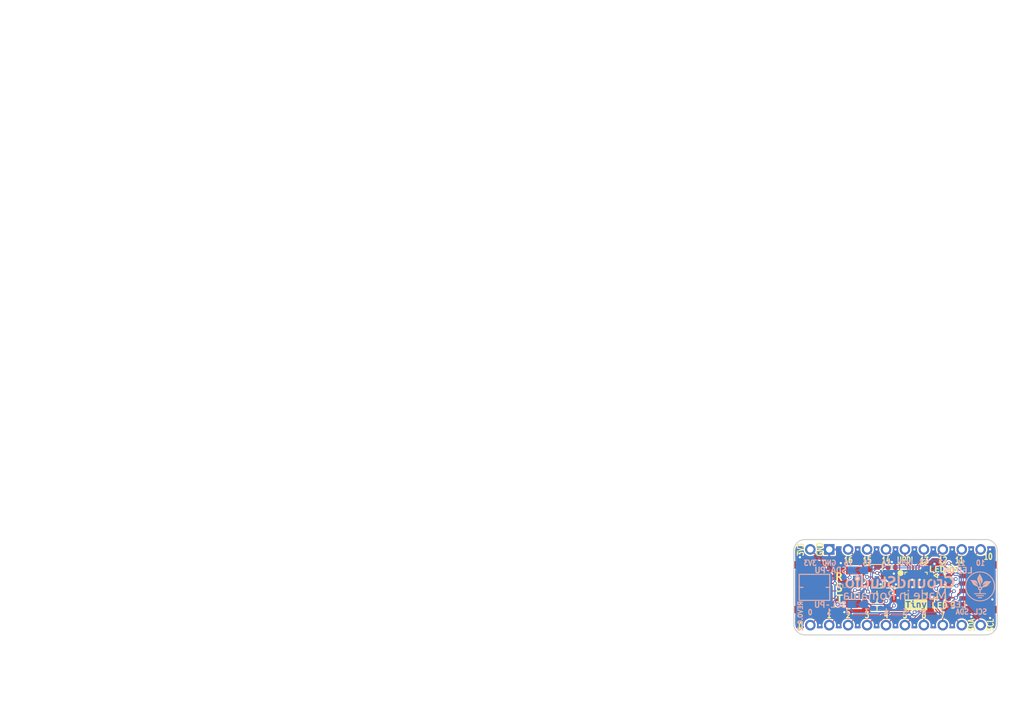
<source format=kicad_pcb>
(kicad_pcb (version 20211014) (generator pcbnew)
  (title_block (title "Jade ATtiny416") (date "2023-02-22") (rev "0.0.1") (company "GroundStudio.ro") (comment 1 "Layout: Victor Nicula"))
  (layers (0 "F.Cu" signal) (31 "B.Cu" signal) (34 "B.Paste" user) (35 "F.Paste" user) (36 "B.SilkS" user "B.Silkscreen") (37 "F.SilkS" user "F.Silkscreen") (38 "B.Mask" user) (39 "F.Mask" user) (44 "Edge.Cuts" user))
  (net 0 "")
  (net 1 "GND")
  (net 2 "+3V3")
  (net 3 "UPDI")
  (net 4 "0_SS_ADC4")
  (net 5 "1_ADC5")
  (net 6 "2_DAC0_ADC6")
  (net 7 "3_ADC7")
  (net 8 "4_ADC8")
  (net 9 "5_ADC9")
  (net 10 "6_RxD")
  (net 11 "7_TxD")
  (net 12 "16_SCK_ADC3")
  (net 13 "SDA_ADC10")
  (net 14 "SCL_ADC11")
  (net 15 "15_MISO_ADC2")
  (net 16 "14_MOSI_ADC1")
  (net 17 "11")
  (net 18 "10")
  (net 19 "13")
  (net 20 "12")
  (net 21 "Net-(J7-Pad1)")
  (net 22 "Net-(J9-Pad1)")
  (net 23 "Net-(LED1-Pad1)")
  (net 24 "Net-(LED2-Pad1)")
  (net 25 "Net-(R3-Pad2)")
  (net 26 "VCC")
  (net 27 "Net-(Q1-Pad1)")
  (net 28 "Net-(R2-Pad2)")
  (footprint "GS_Global6:QFN-20-1EP_3x3mm_P0.4mm_EP1.7x1.7mm" (layer "F.Cu") (at 139.0128 94.8966)
    (fp_text reference "U1")
    (fp_text value "QFN-20-1EP_3x3_P0.4_ATTINY416")
    (pad "1" smd rect (at -1.5 -0.8) (size 0.8 0.2) (layers "F.Cu" "F.Paste") (net 15 "15_MISO_ADC2"))
    (pad "2" smd rect (at -1.5 -0.4) (size 0.8 0.2) (layers "F.Cu" "F.Paste") (net 12 "16_SCK_ADC3"))
    (pad "3" smd rect (at -1.5 0) (size 0.8 0.2) (layers "F.Cu" "F.Paste") (net 1 "GND"))
    (pad "3" thru_hole circle (at 0.5 0.5) (size 0.4 0.4) (drill 0.3) (layers *.Cu) (net 1 "GND"))
    (pad "3" thru_hole circle (at 0.5 -0.5) (size 0.4 0.4) (drill 0.3) (layers *.Cu) (net 1 "GND"))
    (pad "3" thru_hole circle (at -0.5 0.5) (size 0.4 0.4) (drill 0.3) (layers *.Cu) (net 1 "GND"))
    (pad "3" thru_hole circle (at -0.5 -0.5) (size 0.4 0.4) (drill 0.3) (layers *.Cu) (net 1 "GND"))
    (pad "4" smd rect (at -1.5 0.4) (size 0.8 0.2) (layers "F.Cu" "F.Paste") (net 26 "VCC"))
    (pad "5" smd rect (at -1.5 0.8) (size 0.8 0.2) (layers "F.Cu" "F.Paste") (net 4 "0_SS_ADC4"))
    (pad "6" smd rect (at -0.8 1.5) (size 0.2 0.8) (layers "F.Cu" "F.Paste") (net 5 "1_ADC5"))
    (pad "7" smd rect (at -0.4 1.5) (size 0.2 0.8) (layers "F.Cu" "F.Paste") (net 6 "2_DAC0_ADC6"))
    (pad "8" smd rect (at 0 1.5) (size 0.2 0.8) (layers "F.Cu" "F.Paste") (net 7 "3_ADC7"))
    (pad "9" smd rect (at 0.4 1.5) (size 0.2 0.8) (layers "F.Cu" "F.Paste") (net 8 "4_ADC8"))
    (pad "10" smd rect (at 0.8 1.5) (size 0.2 0.8) (layers "F.Cu" "F.Paste") (net 9 "5_ADC9"))
    (pad "11" smd rect (at 1.5 0.8) (size 0.8 0.2) (layers "F.Cu" "F.Paste") (net 10 "6_RxD"))
    (pad "12" smd rect (at 1.5 0.4) (size 0.8 0.2) (layers "F.Cu" "F.Paste") (net 11 "7_TxD"))
    (pad "13" smd rect (at 1.5 0) (size 0.8 0.2) (layers "F.Cu" "F.Paste") (net 13 "SDA_ADC10"))
    (pad "14" smd rect (at 1.5 -0.4) (size 0.8 0.2) (layers "F.Cu" "F.Paste") (net 14 "SCL_ADC11"))
    (pad "15" smd rect (at 1.5 -0.8) (size 0.8 0.2) (layers "F.Cu" "F.Paste") (net 18 "10"))
    (pad "16" smd rect (at 0.8 -1.5) (size 0.2 0.8) (layers "F.Cu" "F.Paste") (net 17 "11"))
    (pad "17" smd rect (at 0.4 -1.5) (size 0.2 0.8) (layers "F.Cu" "F.Paste") (net 20 "12"))
    (pad "18" smd rect (at 0 -1.5) (size 0.2 0.8) (layers "F.Cu" "F.Paste") (net 19 "13"))
    (pad "19" smd rect (at -0.4 -1.5) (size 0.2 0.8) (layers "F.Cu" "F.Paste") (net 3 "UPDI"))
    (pad "20" smd rect (at -0.8 -1.5) (size 0.2 0.8) (layers "F.Cu" "F.Paste") (net 16 "14_MOSI_ADC1"))
    (pad "21" smd rect (at 0 0) (size 1.8 1.8) (layers "F.Cu") (net 1 "GND"))
  )
  (footprint "kibuzzard-63A45BC8" (layer "F.Cu") (at 139.0128 97.7668)
    (fp_text reference "kibuzzard-63A45BC8" hide)
    (fp_text value "G***" hide)
  )
  (footprint "kibuzzard-64368AD5" (layer "F.Cu") (at 144.0054 97.833)
    (fp_text reference "kibuzzard-64368AD5" hide)
    (fp_text value "G***" hide)
  )
  (footprint "GS_Global6:LED_0402_alt" (layer "F.Cu") (at 142.9156 93.8414)
    (fp_text reference "LED1")
    (fp_text value "LED_0402_GREEN")
    (pad "1" smd roundrect (at -0.485 0) (size 0.59 0.64) (layers "F.Cu" "F.Paste" "F.Mask") (net 23 "Net-(LED1-Pad1)"))
    (pad "2" smd roundrect (at 0.485 0) (size 0.59 0.64) (layers "F.Cu" "F.Paste" "F.Mask") (net 2 "+3V3"))
  )
  (footprint "kibuzzard-64368A54" (layer "F.Cu") (at 141.8718 92.9562)
    (fp_text reference "kibuzzard-64368A54" hide)
    (fp_text value "G***" hide)
  )
  (footprint "kibuzzard-63BFB535" (layer "F.Cu") (at 143.98 92.9562)
    (fp_text reference "kibuzzard-63BFB535" hide)
    (fp_text value "G***" hide)
  )
  (footprint "kibuzzard-64368AB1" (layer "F.Cu") (at 142.202 97.833)
    (fp_text reference "kibuzzard-64368AB1" hide)
    (fp_text value "G***" hide)
  )
  (footprint "GS_Global6:SH__1x04_P1.00mm_Horizontal" (layer "F.Cu") (at 147.61 95.4 90)
    (fp_text reference "J11")
    (fp_text value "SH_1x04_P1.0_H")
    (pad "0" smd rect (at -2.9972 0.1524 90) (size 1 4.199999) (layers "F.Cu" "F.Paste" "F.Mask") (net 1 "GND"))
    (pad "0" smd rect (at 2.9972 0.127 90) (size 1 4.199999) (layers "F.Cu" "F.Paste" "F.Mask") (net 1 "GND"))
    (pad "1" smd rect (at -1.5 -1.8796 90) (size 0.6 1.8) (layers "F.Cu" "F.Paste" "F.Mask") (net 1 "GND"))
    (pad "2" smd rect (at -0.5 -1.8796 90) (size 0.6 1.8) (layers "F.Cu" "F.Paste" "F.Mask") (net 2 "+3V3"))
    (pad "3" smd rect (at 0.5 -1.8796 90) (size 0.6 1.8) (layers "F.Cu" "F.Paste" "F.Mask") (net 13 "SDA_ADC10"))
    (pad "4" smd rect (at 1.5 -1.8796 90) (size 0.6 1.8) (layers "F.Cu" "F.Paste" "F.Mask") (net 14 "SCL_ADC11"))
  )
  (footprint "GS_Global6:C_0402_alt" (layer "F.Cu") (at 135.3044 95.5062 -90)
    (fp_text reference "C1")
    (fp_text value "C_0402_10uF_10V")
    (pad "1" smd roundrect (at -0.485 0 270) (size 0.59 0.64) (layers "F.Cu" "F.Paste" "F.Mask") (net 1 "GND"))
    (pad "2" smd roundrect (at 0.485 0 270) (size 0.59 0.64) (layers "F.Cu" "F.Paste" "F.Mask") (net 26 "VCC"))
  )
  (footprint "GS_Global6:R_0402_alt" (layer "F.Cu") (at 133.7804 98.224)
    (fp_text reference "R4")
    (fp_text value "R_0402_100k")
    (pad "1" smd roundrect (at -0.485 0) (size 0.59 0.64) (layers "F.Cu" "F.Paste" "F.Mask") (net 2 "+3V3"))
    (pad "2" smd roundrect (at 0.485 0) (size 0.59 0.64) (layers "F.Cu" "F.Paste" "F.Mask") (net 27 "Net-(Q1-Pad1)"))
  )
  (footprint "GS_Global6:R_0402_alt" (layer "F.Cu") (at 142.9156 94.8766)
    (fp_text reference "R2")
    (fp_text value "R_0402_5.1k")
    (pad "1" smd roundrect (at -0.485 0) (size 0.59 0.64) (layers "F.Cu" "F.Paste" "F.Mask") (net 23 "Net-(LED1-Pad1)"))
    (pad "2" smd roundrect (at 0.485 0) (size 0.59 0.64) (layers "F.Cu" "F.Paste" "F.Mask") (net 28 "Net-(R2-Pad2)"))
  )
  (footprint "GS_Global6:R_0402_alt" (layer "F.Cu") (at 133.7804 96.192 180)
    (fp_text reference "R7")
    (fp_text value "R_0402_10k")
    (pad "1" smd roundrect (at -0.485 0 180) (size 0.59 0.64) (layers "F.Cu" "F.Paste" "F.Mask") (net 22 "Net-(J9-Pad1)"))
    (pad "2" smd roundrect (at 0.485 0 180) (size 0.59 0.64) (layers "F.Cu" "F.Paste" "F.Mask") (net 13 "SDA_ADC10"))
  )
  (footprint "GS_Global6:R_0402_alt" (layer "F.Cu") (at 135.7616 92.7376)
    (fp_text reference "R6")
    (fp_text value "R_0402_5.1k")
    (pad "1" smd roundrect (at -0.485 0) (size 0.59 0.64) (layers "F.Cu" "F.Paste" "F.Mask") (net 27 "Net-(Q1-Pad1)"))
    (pad "2" smd roundrect (at 0.485 0) (size 0.59 0.64) (layers "F.Cu" "F.Paste" "F.Mask") (net 1 "GND"))
  )
  (footprint "GS_Global6:LED_0402_alt" (layer "F.Cu") (at 142.9156 96.908601)
    (fp_text reference "LED2")
    (fp_text value "LED_0402_RED")
    (pad "1" smd roundrect (at -0.485 0) (size 0.59 0.64) (layers "F.Cu" "F.Paste" "F.Mask") (net 24 "Net-(LED2-Pad1)"))
    (pad "2" smd roundrect (at 0.485 0) (size 0.59 0.64) (layers "F.Cu" "F.Paste" "F.Mask") (net 2 "+3V3"))
  )
  (footprint "kibuzzard-642ECCC4" (layer "F.Cu") (at 128.7004 95.43)
    (fp_text reference "kibuzzard-642ECCC4" hide)
    (fp_text value "G***" hide)
  )
  (footprint "GS_Global6:SH__1x04_P1.00mm_Horizontal" (layer "F.Cu") (at 124.92 95.4 -90)
    (fp_text reference "J10")
    (fp_text value "SH_1x04_P1.0_H")
    (pad "0" smd rect (at 2.9972 0.127 270) (size 1 4.199999) (layers "F.Cu" "F.Paste" "F.Mask") (net 1 "GND"))
    (pad "0" smd rect (at -2.9972 0.1524 270) (size 1 4.199999) (layers "F.Cu" "F.Paste" "F.Mask") (net 1 "GND"))
    (pad "1" smd rect (at -1.5 -1.8796 270) (size 0.6 1.8) (layers "F.Cu" "F.Paste" "F.Mask") (net 1 "GND"))
    (pad "2" smd rect (at -0.5 -1.8796 270) (size 0.6 1.8) (layers "F.Cu" "F.Paste" "F.Mask") (net 2 "+3V3"))
    (pad "3" smd rect (at 0.5 -1.8796 270) (size 0.6 1.8) (layers "F.Cu" "F.Paste" "F.Mask") (net 13 "SDA_ADC10"))
    (pad "4" smd rect (at 1.5 -1.8796 270) (size 0.6 1.8) (layers "F.Cu" "F.Paste" "F.Mask") (net 14 "SCL_ADC11"))
  )
  (footprint "GS_Global6:TS342A2P-WZ" (layer "F.Cu") (at 130.6308 95.389 90)
    (fp_text reference "SW1")
    (fp_text value "TS342A2P-WZ")
    (pad "1" smd rect (at -2.225 0 90) (size 1.05 2) (layers "F.Cu" "F.Paste" "F.Mask") (net 2 "+3V3"))
    (pad "2" smd rect (at 2.225 0 90) (size 1.05 2) (layers "F.Cu" "F.Paste" "F.Mask") (net 27 "Net-(Q1-Pad1)"))
  )
  (footprint "GS_Global6:C_0402_alt" (layer "F.Cu") (at 136.3204 95.5062 90)
    (fp_text reference "C4")
    (fp_text value "C_0402_100nF_16V")
    (pad "1" smd roundrect (at -0.485 0 90) (size 0.59 0.64) (layers "F.Cu" "F.Paste" "F.Mask") (net 26 "VCC"))
    (pad "2" smd roundrect (at 0.485 0 90) (size 0.59 0.64) (layers "F.Cu" "F.Paste" "F.Mask") (net 1 "GND"))
  )
  (footprint "GS_Global6:TestPoint" (layer "F.Cu") (at 129.2084 94.0838)
    (fp_text reference "TP1")
    (fp_text value "Reset Switch")
    (pad "1" smd oval (at 0 0) (size 1 1) (layers "B.Cu" "B.Mask") (net 27 "Net-(Q1-Pad1)"))
  )
  (footprint "GS_Global6:R_0402_alt" (layer "F.Cu") (at 133.7804 97.208 180)
    (fp_text reference "R5")
    (fp_text value "R_0402_10k")
    (pad "1" smd roundrect (at -0.485 0 180) (size 0.59 0.64) (layers "F.Cu" "F.Paste" "F.Mask") (net 21 "Net-(J7-Pad1)"))
    (pad "2" smd roundrect (at 0.485 0 180) (size 0.59 0.64) (layers "F.Cu" "F.Paste" "F.Mask") (net 14 "SCL_ADC11"))
  )
  (footprint "kibuzzard-642ECCCC" (layer "F.Cu") (at 128.7512 96.954)
    (fp_text reference "kibuzzard-642ECCCC" hide)
    (fp_text value "G***" hide)
  )
  (footprint "GS_Global6:R_0402_alt" (layer "F.Cu") (at 142.9156 95.8926)
    (fp_text reference "R3")
    (fp_text value "R_0402_1.5k")
    (pad "1" smd roundrect (at -0.485 0) (size 0.59 0.64) (layers "F.Cu" "F.Paste" "F.Mask") (net 24 "Net-(LED2-Pad1)"))
    (pad "2" smd roundrect (at 0.485 0) (size 0.59 0.64) (layers "F.Cu" "F.Paste" "F.Mask") (net 25 "Net-(R3-Pad2)"))
  )
  (footprint "GS_Global6:SOT-23" (layer "F.Cu") (at 133.739 93.9314)
    (fp_text reference "Q1")
    (fp_text value "SOT-23_IRLML6402")
    (pad "1" smd rect (at -1 -0.95) (size 0.9 0.8) (layers "F.Cu" "F.Paste" "F.Mask") (net 27 "Net-(Q1-Pad1)"))
    (pad "2" smd rect (at -1 0.95) (size 0.9 0.8) (layers "F.Cu" "F.Paste" "F.Mask") (net 2 "+3V3"))
    (pad "3" smd rect (at 1 0) (size 0.9 0.8) (layers "F.Cu" "F.Paste" "F.Mask") (net 26 "VCC"))
  )
  (footprint "kibuzzard-642ECCB9" (layer "F.Cu") (at 128.7258 93.9568)
    (fp_text reference "kibuzzard-642ECCB9" hide)
    (fp_text value "G***" hide)
  )
  (footprint "gs_branding:GS_Made in Romania_13.8x1.4" (layer "B.Cu") (at 136.21 96.39 180)
    (fp_text reference "G***" hide)
    (fp_text value "LOGO" hide)
  )
  (footprint "GS_Global6:SolderJumper_NC" (layer "B.Cu") (at 131.21 93.124 180)
    (fp_text reference "J9")
    (fp_text value "SolderJumper_NC")
    (fp_line (start -0.1016 0) (end 0.4064 0) (layer "B.Cu") (width 0.1524))
    (pad "1" smd custom (at -0.889 0 180) (size 0.1 0.9) (layers "B.Cu" "B.Mask") (net 22 "Net-(J9-Pad1)") (options (clearance outline) (anchor rect)) (primitives (gr_poly (pts (xy -0.508 0.508) (xy 0.45 0.508) (xy 0.9 0) (xy 0.45 -0.508) (xy -0.508 -0.508)) (width 0) (fill yes))))
    (pad "2" smd custom (at 0.889 0) (size 0.1 0.9) (layers "B.Cu" "B.Mask") (net 2 "+3V3") (options (clearance outline) (anchor rect)) (primitives (gr_poly (pts (xy -0.508 0.508) (xy 0.9 0.508) (xy 0.45 0) (xy 0.9 -0.508) (xy -0.508 -0.508)) (width 0) (fill yes))))
  )
  (footprint "kibuzzard-63BFB52D" (layer "B.Cu") (at 144.653 97.6884 180)
    (fp_text reference "kibuzzard-63BFB52D" hide)
    (fp_text value "G***" hide)
  )
  (footprint "kibuzzard-63A56FA7" (layer "B.Cu") (at 127.58 93.08 180)
    (fp_text reference "kibuzzard-63A56FA7" hide)
    (fp_text value "G***" hide)
  )
  (footprint "GS_Global6:PinHeader_1x10_P2.54mm_Vertical_Male" (layer "B.Cu") (at 124.83 90.33 -90)
    (fp_text reference "J3")
    (fp_text value "PinHeader_1x10_P2.54_V_M")
    (pad "1" thru_hole oval (at 0 0 270) (size 1.4224 1.4224) (drill 0.849884) (layers *.Cu *.Mask) (net 2 "+3V3"))
    (pad "2" thru_hole rect (at 0 -2.54 270) (size 1.4224 1.4224) (drill 0.849884) (layers *.Cu *.Mask) (net 1 "GND"))
    (pad "3" thru_hole oval (at 0 -5.08 270) (size 1.4224 1.4224) (drill 0.849884) (layers *.Cu *.Mask) (net 12 "16_SCK_ADC3"))
    (pad "4" thru_hole oval (at 0 -7.62 270) (size 1.4224 1.4224) (drill 0.849884) (layers *.Cu *.Mask) (net 15 "15_MISO_ADC2"))
    (pad "5" thru_hole oval (at 0 -10.16 270) (size 1.4224 1.4224) (drill 0.849884) (layers *.Cu *.Mask) (net 16 "14_MOSI_ADC1"))
    (pad "6" thru_hole oval (at 0 -12.7 270) (size 1.4224 1.4224) (drill 0.849884) (layers *.Cu *.Mask) (net 3 "UPDI"))
    (pad "7" thru_hole oval (at 0 -15.24 270) (size 1.4224 1.4224) (drill 0.849884) (layers *.Cu *.Mask) (net 19 "13"))
    (pad "8" thru_hole oval (at 0 -17.78 270) (size 1.4224 1.4224) (drill 0.849884) (layers *.Cu *.Mask) (net 20 "12"))
    (pad "9" thru_hole oval (at 0 -20.32 270) (size 1.4224 1.4224) (drill 0.849884) (layers *.Cu *.Mask) (net 17 "11"))
    (pad "10" thru_hole oval (at 0 -22.86 270) (size 1.4224 1.4224) (drill 0.849884) (layers *.Cu *.Mask) (net 18 "10"))
  )
  (footprint "GS_Global6:SolderJumper_NC" (layer "B.Cu") (at 141.29 97.696 180)
    (fp_text reference "J5")
    (fp_text value "SolderJumper_NC")
    (fp_line (start -0.1016 0) (end 0.4064 0) (layer "B.Cu") (width 0.1524))
    (pad "1" smd custom (at -0.889 0 180) (size 0.1 0.9) (layers "B.Cu" "B.Mask") (net 25 "Net-(R3-Pad2)") (options (clearance outline) (anchor rect)) (primitives (gr_poly (pts (xy -0.508 0.508) (xy 0.45 0.508) (xy 0.9 0) (xy 0.45 -0.508) (xy -0.508 -0.508)) (width 0) (fill yes))))
    (pad "2" smd custom (at 0.889 0) (size 0.1 0.9) (layers "B.Cu" "B.Mask") (net 7 "3_ADC7") (options (clearance outline) (anchor rect)) (primitives (gr_poly (pts (xy -0.508 0.508) (xy 0.9 0.508) (xy 0.45 0) (xy 0.9 -0.508) (xy -0.508 -0.508)) (width 0) (fill yes))))
  )
  (footprint "GS_Global6:SolderJumper_NC" (layer "B.Cu") (at 141.29 93.124 180)
    (fp_text reference "J4")
    (fp_text value "SolderJumper_NC")
    (fp_line (start -0.1016 0) (end 0.4064 0) (layer "B.Cu") (width 0.1524))
    (pad "1" smd custom (at -0.889 0 180) (size 0.1 0.9) (layers "B.Cu" "B.Mask") (net 28 "Net-(R2-Pad2)") (options (clearance outline) (anchor rect)) (primitives (gr_poly (pts (xy -0.508 0.508) (xy 0.45 0.508) (xy 0.9 0) (xy 0.45 -0.508) (xy -0.508 -0.508)) (width 0) (fill yes))))
    (pad "2" smd custom (at 0.889 0) (size 0.1 0.9) (layers "B.Cu" "B.Mask") (net 1 "GND") (options (clearance outline) (anchor rect)) (primitives (gr_poly (pts (xy -0.508 0.508) (xy 0.9 0.508) (xy 0.45 0) (xy 0.9 -0.508) (xy -0.508 -0.508)) (width 0) (fill yes))))
  )
  (footprint "kibuzzard-63BFB535" (layer "B.Cu") (at 143.4846 93.1164 180)
    (fp_text reference "kibuzzard-63BFB535" hide)
    (fp_text value "G***" hide)
  )
  (footprint "kibuzzard-63BFB52D" (layer "B.Cu") (at 145.5166 93.1164 180)
    (fp_text reference "kibuzzard-63BFB52D" hide)
    (fp_text value "G***" hide)
  )
  (footprint "gs_branding:GS_.ro_1.2x0.6" (layer "B.Cu") (at 128.96 95.24 180)
    (fp_text reference "G***" hide)
    (fp_text value "LOGO" hide)
  )
  (footprint "GS_Global6:SolderJumper_NC" (layer "B.Cu") (at 131.21 97.696 180)
    (fp_text reference "J7")
    (fp_text value "SolderJumper_NC")
    (fp_line (start -0.1016 0) (end 0.4064 0) (layer "B.Cu") (width 0.1524))
    (pad "1" smd custom (at -0.889 0 180) (size 0.1 0.9) (layers "B.Cu" "B.Mask") (net 21 "Net-(J7-Pad1)") (options (clearance outline) (anchor rect)) (primitives (gr_poly (pts (xy -0.508 0.508) (xy 0.45 0.508) (xy 0.9 0) (xy 0.45 -0.508) (xy -0.508 -0.508)) (width 0) (fill yes))))
    (pad "2" smd custom (at 0.889 0) (size 0.1 0.9) (layers "B.Cu" "B.Mask") (net 2 "+3V3") (options (clearance outline) (anchor rect)) (primitives (gr_poly (pts (xy -0.508 0.508) (xy 0.9 0.508) (xy 0.45 0) (xy 0.9 -0.508) (xy -0.508 -0.508)) (width 0) (fill yes))))
  )
  (footprint "gs_branding:GS_GroundStudio_14.6x1.8" (layer "B.Cu") (at 136.86 94.64 180)
    (fp_text reference "G***" hide)
    (fp_text value "LOGO" hide)
  )
  (footprint "gs_branding:GS_Logo2_4x4" (layer "B.Cu") (at 147.61 95.29 180)
    (fp_text reference "G***" hide)
    (fp_text value "LOGO" hide)
  )
  (footprint "GS_Global6:PinHeader_1x10_P2.54mm_Vertical_Male" (layer "B.Cu") (at 124.83 100.49 -90)
    (fp_text reference "J2")
    (fp_text value "PinHeader_1x10_P2.54_V_M")
    (pad "1" thru_hole oval (at 0 0 270) (size 1.4224 1.4224) (drill 0.849884) (layers *.Cu *.Mask) (net 4 "0_SS_ADC4"))
    (pad "2" thru_hole oval (at 0 -2.54 270) (size 1.4224 1.4224) (drill 0.849884) (layers *.Cu *.Mask) (net 5 "1_ADC5"))
    (pad "3" thru_hole oval (at 0 -5.08 270) (size 1.4224 1.4224) (drill 0.849884) (layers *.Cu *.Mask) (net 6 "2_DAC0_ADC6"))
    (pad "4" thru_hole oval (at 0 -7.62 270) (size 1.4224 1.4224) (drill 0.849884) (layers *.Cu *.Mask) (net 7 "3_ADC7"))
    (pad "5" thru_hole oval (at 0 -10.16 270) (size 1.4224 1.4224) (drill 0.849884) (layers *.Cu *.Mask) (net 8 "4_ADC8"))
    (pad "6" thru_hole oval (at 0 -12.7 270) (size 1.4224 1.4224) (drill 0.849884) (layers *.Cu *.Mask) (net 9 "5_ADC9"))
    (pad "7" thru_hole oval (at 0 -15.24 270) (size 1.4224 1.4224) (drill 0.849884) (layers *.Cu *.Mask) (net 10 "6_RxD"))
    (pad "8" thru_hole oval (at 0 -17.78 270) (size 1.4224 1.4224) (drill 0.849884) (layers *.Cu *.Mask) (net 11 "7_TxD"))
    (pad "9" thru_hole oval (at 0 -20.32 270) (size 1.4224 1.4224) (drill 0.849884) (layers *.Cu *.Mask) (net 13 "SDA_ADC10"))
    (pad "10" thru_hole oval (at 0 -22.86 270) (size 1.4224 1.4224) (drill 0.849884) (layers *.Cu *.Mask) (net 14 "SCL_ADC11"))
  )
  (footprint "kibuzzard-63BFB55B" (layer "B.Cu") (at 143.1036 97.6884 180)
    (fp_text reference "kibuzzard-63BFB55B" hide)
    (fp_text value "G***" hide)
  )
  (footprint "kibuzzard-63A56FD0" (layer "B.Cu") (at 127.53 97.72 180)
    (fp_text reference "kibuzzard-63A56FD0" hide)
    (fp_text value "G***" hide)
  )
  (gr_line (start 126.941233 95.419214) (end 127.44041 95.419261) (layer "B.SilkS") (width 0.1524))
  (gr_line (start 123.34 95.42) (end 123.838902 95.420068) (layer "B.SilkS") (width 0.1524))
  (gr_rect (start 127.44 93.671637) (end 123.34 97.168363) (layer "B.SilkS") (width 0.1524) (fill none))
  (gr_arc (start 149.90734 100.3) (mid 149.468 101.36066) (end 148.40734 101.8) (layer "Edge.Cuts") (width 0.1524))
  (gr_arc (start 124.11266 101.8) (mid 123.052 101.36066) (end 122.61266 100.3) (layer "Edge.Cuts") (width 0.1524))
  (gr_arc (start 122.61266 90.5) (mid 123.052 89.43934) (end 124.11266 89) (layer "Edge.Cuts") (width 0.1524))
  (gr_arc (start 148.40734 89) (mid 149.468 89.43934) (end 149.90734 90.5) (layer "Edge.Cuts") (width 0.1524))
  (gr_line (start 148.40734 101.8) (end 124.11266 101.8) (layer "Edge.Cuts") (width 0.1524))
  (gr_line (start 122.61266 100.3) (end 122.61266 90.5) (layer "Edge.Cuts") (width 0.1524))
  (gr_line (start 149.90734 90.5) (end 149.90734 100.3) (layer "Edge.Cuts") (width 0.1524))
  (gr_line (start 124.11266 89) (end 148.40734 89) (layer "Edge.Cuts") (width 0.1524))
  (gr_text "7" (at 142.601891 98.7044) (layer "B.SilkS") (effects (font (size 0.7112 0.6096) (thickness 0.1524)) (justify mirror)))
  (gr_text "5" (at 137.52 98.7044) (layer "B.SilkS") (effects (font (size 0.7112 0.6096) (thickness 0.1524)) (justify mirror)))
  (gr_text "SCL" (at 147.69 98.7044) (layer "B.SilkS") (effects (font (size 0.7112 0.6096) (thickness 0.1524)) (justify mirror)))
  (gr_text "SDA" (at 145.22 98.7044) (layer "B.SilkS") (effects (font (size 0.7112 0.6096) (thickness 0.1524)) (justify mirror)))
  (gr_text "2" (at 129.900001 98.7044) (layer "B.SilkS") (effects (font (size 0.7112 0.6096) (thickness 0.1524)) (justify mirror)))
  (gr_text "4" (at 134.99 98.7044) (layer "B.SilkS") (effects (font (size 0.7112 0.6096) (thickness 0.1524)) (justify mirror)))
  (gr_text "13" (at 140.0556 92.1512) (layer "B.SilkS") (effects (font (size 0.7112 0.6096) (thickness 0.1524)) (justify mirror)))
  (gr_text "16" (at 129.932399 92.1512) (layer "B.SilkS") (effects (font (size 0.7112 0.6096) (thickness 0.1524)) (justify mirror)))
  (gr_text "3V3" (at 124.82 92.1512) (layer "B.SilkS") (effects (font (size 0.7112 0.6096) (thickness 0.1524)) (justify mirror)))
  (gr_text "1" (at 127.35 98.7044) (layer "B.SilkS") (effects (font (size 0.7112 0.6096) (thickness 0.1524)) (justify mirror)))
  (gr_text "0" (at 124.81 98.7044 -180) (layer "B.SilkS") (effects (font (size 0.7112 0.6096) (thickness 0.1524)) (justify mirror)))
  (gr_text "6" (at 140.059999 98.7044) (layer "B.SilkS") (effects (font (size 0.7112 0.6096) (thickness 0.1524)) (justify mirror)))
  (gr_text "15" (at 132.462401 92.1512) (layer "B.SilkS") (effects (font (size 0.7112 0.6096) (thickness 0.1524)) (justify mirror)))
  (gr_text "UPDI" (at 137.5424 92.1512) (layer "B.SilkS") (effects (font (size 0.7112 0.6096) (thickness 0.1524)) (justify mirror)))
  (gr_text "14" (at 135.0024 92.1512) (layer "B.SilkS") (effects (font (size 0.7112 0.6096) (thickness 0.1524)) (justify mirror)))
  (gr_text "11" (at 145.0708 92.1512) (layer "B.SilkS") (effects (font (size 0.7112 0.6096) (thickness 0.1524)) (justify mirror)))
  (gr_text "3" (at 132.4356 98.7044) (layer "B.SilkS") (effects (font (size 0.7112 0.6096) (thickness 0.1524)) (justify mirror)))
  (gr_text "GND" (at 127.36 92.1512) (layer "B.SilkS") (effects (font (size 0.7112 0.6096) (thickness 0.1524)) (justify mirror)))
  (gr_text "10" (at 147.67 92.1512) (layer "B.SilkS") (effects (font (size 0.7112 0.6096) (thickness 0.1524)) (justify mirror)))
  (gr_text "12" (at 142.622399 92.1512) (layer "B.SilkS") (effects (font (size 0.7112 0.6096) (thickness 0.1524)) (justify mirror)))
  (gr_text "REV0.0.2" (at 123.4948 99.2632 90) (layer "B.SilkS") (effects (font (size 0.6096 0.6096) (thickness 0.1524)) (justify mirror)))
  (gr_text "11" (at 144.8444 91.7724) (layer "F.SilkS") (effects (font (size 0.8128 0.6096) (thickness 0.1524))))
  (gr_text "SCL" (at 149.0108 100.49 90) (layer "F.SilkS") (effects (font (size 0.8128 0.6096) (thickness 0.1524))))
  (gr_text "2" (at 129.9142 99.1384) (layer "F.SilkS") (effects (font (size 0.8128 0.6096) (thickness 0.1524))))
  (gr_text "14" (at 134.9996 91.7724) (layer "F.SilkS") (effects (font (size 0.8128 0.6096) (thickness 0.1524))))
  (gr_text "4" (at 135.0042 99.1384) (layer "F.SilkS") (effects (font (size 0.8128 0.6096) (thickness 0.1524))))
  (gr_text "GND" (at 126.1254 90.33 90) (layer "F.SilkS") (effects (font (size 0.8128 0.6096) (thickness 0.1524))))
  (gr_text "SDA" (at 146.4708 100.49 90) (layer "F.SilkS") (effects (font (size 0.8128 0.6096) (thickness 0.1524))))
  (gr_text "0" (at 123.5346 100.49 180) (layer "F.SilkS") (effects (font (size 0.8128 0.6096) (thickness 0.1524))))
  (gr_text "16" (at 129.9296 91.7724) (layer "F.SilkS") (effects (font (size 0.8128 0.6096) (thickness 0.1524))))
  (gr_text "12" (at 142.6196 91.7724) (layer "F.SilkS") (effects (font (size 0.8128 0.6096) (thickness 0.1524))))
  (gr_text "UPDI" (at 137.5396 91.7724) (layer "F.SilkS") (effects (font (size 0.8128 0.6096) (thickness 0.1524))))
  (gr_text "1" (at 127.3642 99.1284) (layer "F.SilkS") (effects (font (size 0.8128 0.6096) (thickness 0.1524))))
  (gr_text "7" (at 142.5942 99.1384) (layer "F.SilkS") (effects (font (size 0.8128 0.6096) (thickness 0.1524))))
  (gr_text "5" (at 137.5342 99.1384) (layer "F.SilkS") (effects (font (size 0.8128 0.6096) (thickness 0.1524))))
  (gr_text "6" (at 140.0742 99.1384) (layer "F.SilkS") (effects (font (size 0.8128 0.6096) (thickness 0.1524))))
  (gr_text "10" (at 148.706 91.2952) (layer "F.SilkS") (effects (font (size 0.8128 0.6096) (thickness 0.1524))))
  (gr_text "15" (at 132.4596 91.7724) (layer "F.SilkS") (effects (font (size 0.8128 0.6096) (thickness 0.1524))))
  (gr_text "3" (at 132.4442 99.1384) (layer "F.SilkS") (effects (font (size 0.8128 0.6096) (thickness 0.1524))))
  (gr_text "13" (at 140.1454 91.8178) (layer "F.SilkS") (effects (font (size 0.8128 0.6096) (thickness 0.1524))))
  (gr_text "3V3" (at 123.5392 90.3554 90) (layer "F.SilkS") (effects (font (size 0.8128 0.6096) (thickness 0.1524))))
  (segment (start 136.445 94.8966) (end 136.3204 95.0212) (width 0.175857) (layer "F.Cu") (net 1))
  (segment (start 137.5128 94.8966) (end 139.0128 94.8966) (width 0.175857) (layer "F.Cu") (net 1))
  (segment (start 137.5128 94.8966) (end 136.445 94.8966) (width 0.175857) (layer "F.Cu") (net 1))
  (segment (start 136.2466 92.1824) (end 136.2466 92.7376) (width 0.175857) (layer "F.Cu") (net 1))
  (segment (start 136.0806 92.0164) (end 136.2466 92.1824) (width 0.175857) (layer "F.Cu") (net 1))
  (segment (start 135.3044 95.0212) (end 136.3204 95.0212) (width 0.175857) (layer "F.Cu") (net 1))
  (segment (start 135.7758 92.0164) (end 136.0806 92.0164) (width 0.175857) (layer "F.Cu") (net 1))
  (via (at 133.7184 90.33) (size 0.5) (drill 0.3) (layers "F.Cu" "B.Cu") (net 1))
  (via (at 146.4438 99.3824) (size 0.5) (drill 0.3) (layers "F.Cu" "B.Cu") (net 1))
  (via (at 129.4004 98.7474) (size 0.5) (drill 0.3) (layers "F.Cu" "B.Cu") (net 1))
  (via (at 128.9178 92.1688) (size 0.5) (drill 0.3) (layers "F.Cu" "B.Cu") (net 1))
  (via (at 135.7758 92.0164) (size 0.5) (drill 0.3) (layers "F.Cu" "B.Cu") (net 1))
  (via (at 131.110551 96.678238) (size 0.5) (drill 0.3) (layers "F.Cu" "B.Cu") (net 1))
  (via (at 149.2632 97.0456) (size 0.5) (drill 0.3) (layers "F.Cu" "B.Cu") (net 1))
  (via (at 131.1784 100.49) (size 0.5) (drill 0.3) (layers "F.Cu" "B.Cu") (net 1))
  (via (at 138.7984 100.49) (size 0.5) (drill 0.3) (layers "F.Cu" "B.Cu") (net 1))
  (via (at 141.3384 90.33) (size 0.5) (drill 0.3) (layers "F.Cu" "B.Cu") (net 1))
  (via (at 123.4314 91.3814) (size 0.5) (drill 0.3) (layers "F.Cu" "B.Cu") (net 1))
  (via (at 143.8784 100.49) (size 0.5) (drill 0.3) (layers "F.Cu" "B.Cu") (net 1))
  (via (at 138.7984 90.33) (size 0.5) (drill 0.3) (layers "F.Cu" "B.Cu") (net 1))
  (via (at 148.9584 90.33) (size 0.5) (drill 0.3) (layers "F.Cu" "B.Cu") (net 1))
  (via (at 128.6384 100.49) (size 0.5) (drill 0.3) (layers "F.Cu" "B.Cu") (net 1))
  (via (at 136.041 93.5758) (size 0.5) (drill 0.3) (layers "F.Cu" "B.Cu") (net 1))
  (via (at 126.0984 100.49) (size 0.5) (drill 0.3) (layers "F.Cu" "B.Cu") (net 1))
  (via (at 131.153 94.2516) (size 0.5) (drill 0.3) (layers "F.Cu" "B.Cu") (net 1))
  (via (at 131.1784 90.34) (size 0.5) (drill 0.3) (layers "F.Cu" "B.Cu") (net 1))
  (via (at 136.3204 95.0212) (size 0.5) (drill 0.3) (layers "F.Cu" "B.Cu") (net 1))
  (via (at 141.1606 96.7662) (size 0.5) (drill 0.3) (layers "F.Cu" "B.Cu") (net 1))
  (via (at 143.8784 90.33) (size 0.5) (drill 0.3) (layers "F.Cu" "B.Cu") (net 1))
  (via (at 134.249929 95.012631) (size 0.5) (drill 0.3) (layers "F.Cu" "B.Cu") (net 1))
  (via (at 136.2584 100.49) (size 0.5) (drill 0.3) (layers "F.Cu" "B.Cu") (net 1))
  (via (at 136.5886 96.8424) (size 0.5) (drill 0.3) (layers "F.Cu" "B.Cu") (net 1))
  (via (at 141.4908 92.2704) (size 0.5) (drill 0.3) (layers "F.Cu" "B.Cu") (net 1))
  (via (at 146.4184 90.33) (size 0.5) (drill 0.3) (layers "F.Cu" "B.Cu") (net 1))
  (via (at 136.26 90.33) (size 0.5) (drill 0.3) (layers "F.Cu" "B.Cu") (net 1))
  (via (at 148.9584 99.5348) (size 0.5) (drill 0.3) (layers "F.Cu" "B.Cu") (net 1))
  (via (at 133.7184 100.49) (size 0.5) (drill 0.3) (layers "F.Cu" "B.Cu") (net 1))
  (via (at 141.3384 100.49) (size 0.5) (drill 0.3) (layers "F.Cu" "B.Cu") (net 1))
  (segment (start 144.375549 96.819405) (end 143.489796 96.819405) (width 0.175857) (layer "F.Cu") (net 2))
  (segment (start 145.100544 95.9) (end 145.7304 95.9) (width 0.175857) (layer "F.Cu") (net 2))
  (segment (start 128.1314 94.8814) (end 128.871572 95.621572) (width 0.175857) (layer "F.Cu") (net 2))
  (segment (start 143.7806 93.8414) (end 143.4006 93.8414) (width 0.175857) (layer "F.Cu") (net 2))
  (segment (start 129.947327 95.621572) (end 130.513827 95.055072) (width 0.175857) (layer "F.Cu") (net 2))
  (segment (start 132.565328 95.055072) (end 132.739 94.8814) (width 0.175857) (layer "F.Cu") (net 2))
  (segment (start 130.5288 97.716) (end 130.6308 97.614) (width 0.175857) (layer "F.Cu") (net 2))
  (segment (start 143.489796 96.819405) (end 143.4006 96.908601) (width 0.175857) (layer "F.Cu") (net 2))
  (segment (start 128.1314 94.8814) (end 127.4182 94.8814) (width 0.175857) (layer "F.Cu") (net 2))
  (segment (start 144.615472 96.385072) (end 145.100544 95.9) (width 0.175857) (layer "F.Cu") (net 2))
  (segment (start 128.871572 95.621572) (end 129.947327 95.621572) (width 0.175857) (layer "F.Cu") (net 2))
  (segment (start 127.3996 94.9) (end 126.7996 94.9) (width 0.175857) (layer "F.Cu") (net 2))
  (segment (start 132.6854 97.614) (end 130.6308 97.614) (width 0.175857) (layer "F.Cu") (net 2))
  (segment (start 144.615472 96.579482) (end 144.615472 96.385072) (width 0.175857) (layer "F.Cu") (net 2))
  (segment (start 130.513827 95.055072) (end 132.565328 95.055072) (width 0.175857) (layer "F.Cu") (net 2))
  (segment (start 128.496166 97.716) (end 130.5288 97.716) (width 0.175857) (layer "F.Cu") (net 2))
  (segment (start 144.375549 96.819405) (end 144.615472 96.579482) (width 0.175857) (layer "F.Cu") (net 2))
  (segment (start 127.4182 94.8814) (end 127.3996 94.9) (width 0.175857) (layer "F.Cu") (net 2))
  (segment (start 133.2954 98.224) (end 132.6854 97.614) (width 0.175857) (layer "F.Cu") (net 2))
  (segment (start 144.3356 93.2864) (end 143.7806 93.8414) (width 0.175857) (layer "F.Cu") (net 2))
  (via (at 128.1314 94.8814) (size 0.5) (drill 0.3) (layers "F.Cu" "B.Cu") (net 2))
  (via (at 144.375549 96.819405) (size 0.5) (drill 0.3) (layers "F.Cu" "B.Cu") (net 2))
  (via (at 128.496166 97.716) (size 0.5) (drill 0.3) (layers "F.Cu" "B.Cu") (net 2))
  (via (at 144.3356 93.2864) (size 0.5) (drill 0.3) (layers "F.Cu" "B.Cu") (net 2))
  (segment (start 130.301 97.716) (end 128.496166 97.716) (width 0.175857) (layer "B.Cu") (net 2))
  (segment (start 129.0506 93.124) (end 130.321 93.124) (width 0.175857) (layer "B.Cu") (net 2))
  (segment (start 144.375549 96.819405) (end 142.412155 98.782799) (width 0.175857) (layer "B.Cu") (net 2))
  (segment (start 138.2142 98.849) (end 130.6704 98.849) (width 0.175857) (layer "B.Cu") (net 2))
  (segment (start 128.1314 94.8814) (end 128.1314 94.0432) (width 0.175857) (layer "B.Cu") (net 2))
  (segment (start 142.412155 98.782799) (end 139.499601 98.782799) (width 0.175857) (layer "B.Cu") (net 2))
  (segment (start 128.496166 97.716) (end 128.1314 97.351234) (width 0.175857) (layer "B.Cu") (net 2))
  (segment (start 144.748675 93.534319) (end 144.583519 93.534319) (width 0.175857) (layer "B.Cu") (net 2))
  (segment (start 128.1314 94.8814) (end 128.1314 93.6314) (width 0.175857) (layer "B.Cu") (net 2))
  (segment (start 144.375549 96.819405) (end 145.096628 96.098326) (width 0.175857) (layer "B.Cu") (net 2))
  (segment (start 145.096628 93.882272) (end 144.748675 93.534319) (width 0.175857) (layer "B.Cu") (net 2))
  (segment (start 139.499601 98.782799) (end 139.043072 99.239328) (width 0.175857) (layer "B.Cu") (net 2))
  (segment (start 130.321 97.696) (end 130.301 97.716) (width 0.175857) (layer "B.Cu") (net 2))
  (segment (start 130.6704 98.849) (end 130.321 98.4996) (width 0.175857) (layer "B.Cu") (net 2))
  (segment (start 128.1314 93.6314) (end 124.83 90.33) (width 0.175857) (layer "B.Cu") (net 2))
  (segment (start 145.096628 96.098326) (end 145.096628 93.882272) (width 0.175857) (layer "B.Cu") (net 2))
  (segment (start 128.1314 97.351234) (end 128.1314 94.8814) (width 0.175857) (layer "B.Cu") (net 2))
  (segment (start 130.321 98.4996) (end 130.321 97.696) (width 0.175857) (layer "B.Cu") (net 2))
  (segment (start 144.583519 93.534319) (end 144.3356 93.2864) (width 0.175857) (layer "B.Cu") (net 2))
  (segment (start 128.1314 94.0432) (end 129.0506 93.124) (width 0.175857) (layer "B.Cu") (net 2))
  (segment (start 138.604528 99.239328) (end 138.2142 98.849) (width 0.175857) (layer "B.Cu") (net 2))
  (segment (start 139.043072 99.239328) (end 138.604528 99.239328) (width 0.175857) (layer "B.Cu") (net 2))
  (segment (start 138.6128 92.5928) (end 137.53 91.51) (width 0.175857) (layer "F.Cu") (net 3))
  (segment (start 137.53 91.51) (end 137.53 90.33) (width 0.175857) (layer "F.Cu") (net 3))
  (segment (start 138.6128 93.3966) (end 138.6128 92.5928) (width 0.175857) (layer "F.Cu") (net 3))
  (segment (start 124.83 100.49) (end 125.7317 99.5883) (width 0.127) (layer "F.Cu") (net 4))
  (segment (start 130.34998 99.3316) (end 130.60128 99.0803) (width 0.127) (layer "F.Cu") (net 4))
  (segment (start 134.0417 99.0803) (end 134.2957 98.8263) (width 0.127) (layer "F.Cu") (net 4))
  (segment (start 135.51436 98.5288) (end 137.53658 98.5288) (width 0.127) (layer "F.Cu") (net 4))
  (segment (start 127.91249 99.5883) (end 128.16919 99.3316) (width 0.127) (layer "F.Cu") (net 4))
  (segment (start 137.53658 98.5288) (end 137.9588 98.10658) (width 0.127) (layer "F.Cu") (net 4))
  (segment (start 134.2957 98.8263) (end 135.21686 98.8263) (width 0.127) (layer "F.Cu") (net 4))
  (segment (start 137.9223 98.07008) (end 137.9223 95.8393) (width 0.127) (layer "F.Cu") (net 4))
  (segment (start 128.16919 99.3316) (end 130.34998 99.3316) (width 0.127) (layer "F.Cu") (net 4))
  (segment (start 125.7317 99.5883) (end 127.91249 99.5883) (width 0.127) (layer "F.Cu") (net 4))
  (segment (start 137.9223 95.8393) (end 137.7796 95.6966) (width 0.127) (layer "F.Cu") (net 4))
  (segment (start 135.21686 98.8263) (end 135.51436 98.5288) (width 0.127) (layer "F.Cu") (net 4))
  (segment (start 137.9588 98.10658) (end 137.9223 98.07008) (width 0.127) (layer "F.Cu") (net 4))
  (segment (start 137.7796 95.6966) (end 137.5128 95.6966) (width 0.127) (layer "F.Cu") (net 4))
  (segment (start 130.60128 99.0803) (end 134.0417 99.0803) (width 0.127) (layer "F.Cu") (net 4))
  (segment (start 134.406083 99.0803) (end 134.152083 99.3343) (width 0.127) (layer "F.Cu") (net 5))
  (segment (start 130.70649 99.3343) (end 130.45519 99.5856) (width 0.127) (layer "F.Cu") (net 5))
  (segment (start 135.61957 98.7828) (end 135.32207 99.0803) (width 0.127) (layer "F.Cu") (net 5))
  (segment (start 137.64179 98.7828) (end 135.61957 98.7828) (width 0.127) (layer "F.Cu") (net 5))
  (segment (start 130.45519 99.5856) (end 128.2744 99.5856) (width 0.127) (layer "F.Cu") (net 5))
  (segment (start 128.2744 99.5856) (end 127.37 100.49) (width 0.127) (layer "F.Cu") (net 5))
  (segment (start 138.2128 96.3966) (end 138.2128 98.21179) (width 0.127) (layer "F.Cu") (net 5))
  (segment (start 138.2128 98.21179) (end 137.64179 98.7828) (width 0.127) (layer "F.Cu") (net 5))
  (segment (start 134.152083 99.3343) (end 130.70649 99.3343) (width 0.127) (layer "F.Cu") (net 5))
  (segment (start 135.32207 99.0803) (end 134.406083 99.0803) (width 0.127) (layer "F.Cu") (net 5))
  (segment (start 135.42728 99.3343) (end 135.72478 99.0368) (width 0.127) (layer "F.Cu") (net 6))
  (segment (start 137.747 99.0368) (end 138.6128 98.171) (width 0.127) (layer "F.Cu") (net 6))
  (segment (start 135.72478 99.0368) (end 137.747 99.0368) (width 0.127) (layer "F.Cu") (net 6))
  (segment (start 129.91 100.49) (end 130.8117 99.5883) (width 0.127) (layer "F.Cu") (net 6))
  (segment (start 134.511293 99.3343) (end 135.42728 99.3343) (width 0.127) (layer "F.Cu") (net 6))
  (segment (start 138.6128 98.171) (end 138.6128 96.3966) (width 0.127) (layer "F.Cu") (net 6))
  (segment (start 134.257293 99.5883) (end 134.511293 99.3343) (width 0.127) (layer "F.Cu") (net 6))
  (segment (start 130.8117 99.5883) (end 134.257293 99.5883) (width 0.127) (layer "F.Cu") (net 6))
  (segment (start 138.8238 98.7474) (end 138.255 99.3162) (width 0.127) (layer "F.Cu") (net 7))
  (segment (start 135.53249 99.5883) (end 134.616503 99.5883) (width 0.127) (layer "F.Cu") (net 7))
  (segment (start 138.8238 98.7474) (end 139.0128 98.5584) (width 0.127) (layer "F.Cu") (net 7))
  (segment (start 134.616503 99.5883) (end 134.304403 99.9004) (width 0.127) (layer "F.Cu") (net 7))
  (segment (start 139.0128 98.5584) (end 139.0128 96.3966) (width 0.127) (layer "F.Cu") (net 7))
  (segment (start 138.255 99.3162) (end 135.80459 99.3162) (width 0.127) (layer "F.Cu") (net 7))
  (segment (start 135.80459 99.3162) (end 135.53249 99.5883) (width 0.127) (layer "F.Cu") (net 7))
  (segment (start 133.0396 99.9004) (end 132.45 100.49) (width 0.127) (layer "F.Cu") (net 7))
  (segment (start 134.304403 99.9004) (end 133.0396 99.9004) (width 0.127) (layer "F.Cu") (net 7))
  (via (at 138.8238 98.7474) (size 0.5) (drill 0.3) (layers "F.Cu" "B.Cu") (net 7))
  (segment (start 138.8238 98.7474) (end 139.141242 98.7474) (width 0.127) (layer "B.Cu") (net 7))
  (segment (start 139.625629 98.504371) (end 140.401 97.729) (width 0.127) (layer "B.Cu") (net 7))
  (segment (start 139.141242 98.7474) (end 139.384271 98.504371) (width 0.127) (layer "B.Cu") (net 7))
  (segment (start 140.401 97.729) (end 140.401 97.696) (width 0.127) (layer "B.Cu") (net 7))
  (segment (start 139.384271 98.504371) (end 139.625629 98.504371) (width 0.127) (layer "B.Cu") (net 7))
  (segment (start 138.763 99.5702) (end 135.9098 99.5702) (width 0.127) (layer "F.Cu") (net 8))
  (segment (start 135.9098 99.5702) (end 134.99 100.49) (width 0.127) (layer "F.Cu") (net 8))
  (segment (start 139.4128 96.3966) (end 139.4128 98.9204) (width 0.127) (layer "F.Cu") (net 8))
  (segment (start 139.4128 98.9204) (end 138.763 99.5702) (width 0.127) (layer "F.Cu") (net 8))
  (segment (start 139.8128 98.87961) (end 138.85281 99.8396) (width 0.127) (layer "F.Cu") (net 9))
  (segment (start 138.85281 99.8396) (end 138.1804 99.8396) (width 0.127) (layer "F.Cu") (net 9))
  (segment (start 138.1804 99.8396) (end 137.53 100.49) (width 0.127) (layer "F.Cu") (net 9))
  (segment (start 139.8128 96.3966) (end 139.8128 98.87961) (width 0.127) (layer "F.Cu") (net 9))
  (segment (start 140.07 96.9871) (end 140.07 100.49) (width 0.127) (layer "F.Cu") (net 10))
  (segment (start 140.2236 95.6966) (end 140.1033 95.8169) (width 0.127) (layer "F.Cu") (net 10))
  (segment (start 140.5128 95.6966) (end 140.2236 95.6966) (width 0.127) (layer "F.Cu") (net 10))
  (segment (start 140.1033 96.9538) (end 140.07 96.9871) (width 0.127) (layer "F.Cu") (net 10))
  (segment (start 140.1033 95.8169) (end 140.1033 96.9538) (width 0.127) (layer "F.Cu") (net 10))
  (segment (start 141.6686 96.181545) (end 141.6686 98.44621) (width 0.127) (layer "F.Cu") (net 11))
  (segment (start 141.6686 98.44621) (end 142.61 99.38761) (width 0.127) (layer "F.Cu") (net 11))
  (segment (start 141.0398 95.2966) (end 141.2631 95.5199) (width 0.127) (layer "F.Cu") (net 11))
  (segment (start 140.5128 95.2966) (end 141.0398 95.2966) (width 0.127) (layer "F.Cu") (net 11))
  (segment (start 141.2631 95.776045) (end 141.6686 96.181545) (width 0.127) (layer "F.Cu") (net 11))
  (segment (start 141.2631 95.5199) (end 141.2631 95.776045) (width 0.127) (layer "F.Cu") (net 11))
  (segment (start 142.61 99.38761) (end 142.61 100.49) (width 0.127) (layer "F.Cu") (net 11))
  (segment (start 131.0884 91.5084) (end 129.91 90.33) (width 0.127) (layer "F.Cu") (net 12))
  (segment (start 136.8172 94.2504) (end 136.8172 91.94742) (width 0.127) (layer "F.Cu") (net 12))
  (segment (start 137.5128 94.4966) (end 137.0634 94.4966) (width 0.127) (layer "F.Cu") (net 12))
  (segment (start 136.37818 91.5084) (end 131.0884 91.5084) (width 0.127) (layer "F.Cu") (net 12))
  (segment (start 137.0634 94.4966) (end 136.8172 94.2504) (width 0.127) (layer "F.Cu") (net 12))
  (segment (start 136.8172 91.94742) (end 136.37818 91.5084) (width 0.127) (layer "F.Cu") (net 12))
  (segment (start 141.9226 98.341) (end 141.9226 95.7744) (width 0.127) (layer "F.Cu") (net 13))
  (segment (start 131.9059 95.3335) (end 132.5612 95.9888) (width 0.127) (layer "F.Cu") (net 13))
  (segment (start 141.0448 94.8966) (end 140.5128 94.8966) (width 0.127) (layer "F.Cu") (net 13))
  (segment (start 132.7644 96.192) (end 132.5612 95.9888) (width 0.127) (layer "F.Cu") (net 13))
  (segment (start 130.062655 95.9) (end 130.629155 95.3335) (width 0.127) (layer "F.Cu") (net 13))
  (segment (start 144.4484 95.2014) (end 144.7498 94.9) (width 0.127) (layer "F.Cu") (net 13))
  (segment (start 141.9226 95.7744) (end 141.7306 95.5824) (width 0.127) (layer "F.Cu") (net 13))
  (segment (start 130.629155 95.3335) (end 131.9059 95.3335) (width 0.127) (layer "F.Cu") (net 13))
  (segment (start 126.7996 95.9) (end 130.062655 95.9) (width 0.127) (layer "F.Cu") (net 13))
  (segment (start 143.1699 99.5883) (end 141.9226 98.341) (width 0.127) (layer "F.Cu") (net 13))
  (segment (start 141.7306 95.5824) (end 141.0448 94.8966) (width 0.127) (layer "F.Cu") (net 13))
  (segment (start 144.2483 99.5883) (end 143.1699 99.5883) (width 0.127) (layer "F.Cu") (net 13))
  (segment (start 144.7498 94.9) (end 145.7304 94.9) (width 0.127) (layer "F.Cu") (net 13))
  (segment (start 145.15 100.49) (end 144.2483 99.5883) (width 0.127) (layer "F.Cu") (net 13))
  (segment (start 132.7644 96.192) (end 133.2954 96.192) (width 0.127) (layer "F.Cu") (net 13))
  (via (at 144.4484 95.2014) (size 0.5) (drill 0.3) (layers "F.Cu" "B.Cu") (net 13))
  (via (at 141.7306 95.5824) (size 0.5) (drill 0.3) (layers "F.Cu" "B.Cu") (net 13))
  (via (at 132.5612 95.9888) (size 0.5) (drill 0.3) (layers "F.Cu" "B.Cu") (net 13))
  (segment (start 132.5612 95.9888) (end 132.5612 94.951755) (width 0.127) (layer "B.Cu") (net 13))
  (segment (start 144.8182 93.9976) (end 144.8182 94.8316) (width 0.127) (layer "B.Cu") (net 13))
  (segment (start 142.3571 92.4255) (end 142.765908 92.4255) (width 0.127) (layer "B.Cu") (net 13))
  (segment (start 144.8182 94.8316) (end 144.4484 95.2014) (width 0.127) (layer "B.Cu") (net 13))
  (segment (start 133.819255 92.8038) (end 139.4334 92.8038) (width 0.127) (layer "B.Cu") (net 13))
  (segment (start 133.1811 94.331855) (end 133.1811 93.441955) (width 0.127) (layer "B.Cu") (net 13))
  (segment (start 142.1116 95.2014) (end 141.7306 95.5824) (width 0.127) (layer "B.Cu") (net 13))
  (segment (start 141.7345 91.8029) (end 142.3571 92.4255) (width 0.127) (layer "B.Cu") (net 13))
  (segment (start 139.4334 92.8038) (end 140.0938 92.1434) (width 0.127) (layer "B.Cu") (net 13))
  (segment (start 144.633347 93.812747) (end 144.8182 93.9976) (width 0.127) (layer "B.Cu") (net 13))
  (segment (start 140.0938 92.1434) (end 140.956655 92.1434) (width 0.127) (layer "B.Cu") (net 13))
  (segment (start 132.5612 94.951755) (end 133.1811 94.331855) (width 0.127) (layer "B.Cu") (net 13))
  (segment (start 133.1811 93.441955) (end 133.819255 92.8038) (width 0.127) (layer "B.Cu") (net 13))
  (segment (start 142.765908 92.4255) (end 144.153155 93.812747) (width 0.127) (layer "B.Cu") (net 13))
  (segment (start 141.297155 91.8029) (end 141.7345 91.8029) (width 0.127) (layer "B.Cu") (net 13))
  (segment (start 144.4484 95.2014) (end 142.1116 95.2014) (width 0.127) (layer "B.Cu") (net 13))
  (segment (start 140.956655 92.1434) (end 141.297155 91.8029) (width 0.127) (layer "B.Cu") (net 13))
  (segment (start 144.153155 93.812747) (end 144.633347 93.812747) (width 0.127) (layer "B.Cu") (net 13))
  (segment (start 130.4698 96.154) (end 128.7172 96.154) (width 0.127) (layer "F.Cu") (net 14))
  (segment (start 131.5086 95.801) (end 132.9156 97.208) (width 0.127) (layer "F.Cu") (net 14))
  (segment (start 144.5146 92.1942) (end 143.4212 92.1942) (width 0.127) (layer "F.Cu") (net 14))
  (segment (start 143.2688 92.1942) (end 143.4212 92.1942) (width 0.127) (layer "F.Cu") (net 14))
  (segment (start 132.9156 97.208) (end 133.2954 97.208) (width 0.127) (layer "F.Cu") (net 14))
  (segment (start 140.5128 94.4966) (end 140.9664 94.4966) (width 0.127) (layer "F.Cu") (net 14))
  (segment (start 140.9664 94.4966) (end 143.2688 92.1942) (width 0.127) (layer "F.Cu") (net 14))
  (segment (start 130.8228 95.801) (end 130.4698 96.154) (width 0.127) (layer "F.Cu") (net 14))
  (segment (start 145.7304 93.41) (end 145.7304 93.9) (width 0.127) (layer "F.Cu") (net 14))
  (segment (start 127.9712 96.9) (end 126.7996 96.9) (width 0.127) (layer "F.Cu") (net 14))
  (segment (start 128.7172 96.154) (end 127.9712 96.9) (width 0.127) (layer "F.Cu") (net 14))
  (segment (start 130.8228 95.801) (end 131.5086 95.801) (width 0.127) (layer "F.Cu") (net 14))
  (segment (start 144.5146 92.1942) (end 145.7304 93.41) (width 0.127) (layer "F.Cu") (net 14))
  (via (at 143.4212 92.1942) (size 0.5) (drill 0.3) (layers "F.Cu" "B.Cu") (net 14))
  (via (at 130.8228 95.801) (size 0.5) (drill 0.3) (layers "F.Cu" "B.Cu") (net 14))
  (segment (start 132.9271 94.226645) (end 132.9271 93.336745) (width 0.127) (layer "B.Cu") (net 14))
  (segment (start 145.375057 93.664712) (end 145.375057 97.652512) (width 0.127) (layer "B.Cu") (net 14))
  (segment (start 142.871118 92.1715) (end 142.893818 92.1942) (width 0.127) (layer "B.Cu") (net 14))
  (segment (start 147.69 99.967455) (end 147.69 100.49) (width 0.127) (layer "B.Cu") (net 14))
  (segment (start 139.32819 92.5498) (end 139.98859 91.8894) (width 0.127) (layer "B.Cu") (net 14))
  (segment (start 130.8228 95.801) (end 131.352745 95.801) (width 0.127) (layer "B.Cu") (net 14))
  (segment (start 132.9271 93.336745) (end 133.714045 92.5498) (width 0.127) (layer "B.Cu") (net 14))
  (segment (start 144.514145 92.8038) (end 145.375057 93.664712) (width 0.127) (layer "B.Cu") (net 14))
  (segment (start 145.375057 97.652512) (end 147.69 99.967455) (width 0.127) (layer "B.Cu") (net 14))
  (segment (start 133.714045 92.5498) (end 139.32819 92.5498) (width 0.127) (layer "B.Cu") (net 14))
  (segment (start 144.0308 92.8038) (end 144.514145 92.8038) (width 0.127) (layer "B.Cu") (net 14))
  (segment (start 142.893818 92.1942) (end 143.4212 92.1942) (width 0.127) (layer "B.Cu") (net 14))
  (segment (start 143.4212 92.1942) (end 144.0308 92.8038) (width 0.127) (layer "B.Cu") (net 14))
  (segment (start 139.98859 91.8894) (end 140.851445 91.8894) (width 0.127) (layer "B.Cu") (net 14))
  (segment (start 142.46231 92.1715) (end 142.871118 92.1715) (width 0.127) (layer "B.Cu") (net 14))
  (segment (start 141.191945 91.5489) (end 141.83971 91.5489) (width 0.127) (layer "B.Cu") (net 14))
  (segment (start 140.851445 91.8894) (end 141.191945 91.5489) (width 0.127) (layer "B.Cu") (net 14))
  (segment (start 141.83971 91.5489) (end 142.46231 92.1715) (width 0.127) (layer "B.Cu") (net 14))
  (segment (start 131.352745 95.801) (end 132.9271 94.226645) (width 0.127) (layer "B.Cu") (net 14))
  (segment (start 137.9223 92.69331) (end 137.9223 93.929623) (width 0.127) (layer "F.Cu") (net 15))
  (segment (start 137.755323 94.0966) (end 137.5128 94.0966) (width 0.127) (layer "F.Cu") (net 15))
  (segment (start 132.45 90.33) (end 133.3744 91.2544) (width 0.127) (layer "F.Cu") (net 15))
  (segment (start 137.9223 93.929623) (end 137.755323 94.0966) (width 0.127) (layer "F.Cu") (net 15))
  (segment (start 136.48339 91.2544) (end 137.9223 92.69331) (width 0.127) (layer "F.Cu") (net 15))
  (segment (start 133.3744 91.2544) (end 136.48339 91.2544) (width 0.127) (layer "F.Cu") (net 15))
  (segment (start 138.2128 92.6246) (end 136.5886 91.0004) (width 0.127) (layer "F.Cu") (net 16))
  (segment (start 138.2128 93.3966) (end 138.2128 92.6246) (width 0.127) (layer "F.Cu") (net 16))
  (segment (start 136.5886 91.0004) (end 135.6604 91.0004) (width 0.127) (layer "F.Cu") (net 16))
  (segment (start 135.6604 91.0004) (end 134.99 90.33) (width 0.127) (layer "F.Cu") (net 16))
  (segment (start 143.3704 91.0004) (end 144.4796 91.0004) (width 0.127) (layer "F.Cu") (net 17))
  (segment (start 142.233803 91.229) (end 142.236503 91.2317) (width 0.127) (layer "F.Cu") (net 17))
  (segment (start 142.236503 91.2317) (end 143.1391 91.2317) (width 0.127) (layer "F.Cu") (net 17))
  (segment (start 143.1391 91.2317) (end 143.3704 91.0004) (width 0.127) (layer "F.Cu") (net 17))
  (segment (start 144.4796 91.0004) (end 145.15 90.33) (width 0.127) (layer "F.Cu") (net 17))
  (segment (start 139.8128 93.3966) (end 139.8128 92.52541) (width 0.127) (layer "F.Cu") (net 17))
  (segment (start 139.8128 92.52541) (end 141.10921 91.229) (width 0.127) (layer "F.Cu") (net 17))
  (segment (start 141.10921 91.229) (end 142.233803 91.229) (width 0.127) (layer "F.Cu") (net 17))
  (segment (start 141.00719 94.0966) (end 142.9537 92.15009) (width 0.127) (layer "F.Cu") (net 18))
  (segment (start 142.9537 92.15009) (end 142.9537 91.77631) (width 0.127) (layer "F.Cu") (net 18))
  (segment (start 142.9537 91.77631) (end 143.47561 91.2544) (width 0.127) (layer "F.Cu") (net 18))
  (segment (start 146.7656 91.2544) (end 147.69 90.33) (width 0.127) (layer "F.Cu") (net 18))
  (segment (start 140.5128 94.0966) (end 141.00719 94.0966) (width 0.127) (layer "F.Cu") (net 18))
  (segment (start 143.47561 91.2544) (end 146.7656 91.2544) (width 0.127) (layer "F.Cu") (net 18))
  (segment (start 139.0128 92.5852) (end 140.07 91.528) (width 0.127) (layer "F.Cu") (net 19))
  (segment (start 139.0128 93.3966) (end 139.0128 92.5852) (width 0.127) (layer "F.Cu") (net 19))
  (segment (start 140.07 91.528) (end 140.07 90.33) (width 0.127) (layer "F.Cu") (net 19))
  (segment (start 141.965 90.975) (end 142.61 90.33) (width 0.127) (layer "F.Cu") (net 20))
  (segment (start 139.4128 93.3966) (end 139.4128 92.5662) (width 0.127) (layer "F.Cu") (net 20))
  (segment (start 139.4128 92.5662) (end 141.004 90.975) (width 0.127) (layer "F.Cu") (net 20))
  (segment (start 141.004 90.975) (end 141.965 90.975) (width 0.127) (layer "F.Cu") (net 20))
  (segment (start 135.025 97.2334) (end 134.2908 97.2334) (width 0.127) (layer "F.Cu") (net 21))
  (segment (start 134.2908 97.2334) (end 134.2654 97.208) (width 0.127) (layer "F.Cu") (net 21))
  (via (at 135.025 97.2334) (size 0.5) (drill 0.3) (layers "F.Cu" "B.Cu") (net 21))
  (segment (start 135.025 97.2334) (end 134.5624 97.696) (width 0.127) (layer "B.Cu") (net 21))
  (segment (start 134.5624 97.696) (end 132.099 97.696) (width 0.127) (layer "B.Cu") (net 21))
  (segment (start 132.4596 94.033) (end 133.1216 94.033) (width 0.127) (layer "F.Cu") (net 22))
  (segment (start 133.1216 94.033) (end 133.3795 94.2909) (width 0.127) (layer "F.Cu") (net 22))
  (segment (start 133.3795 94.2909) (end 133.3795 95.3061) (width 0.127) (layer "F.Cu") (net 22))
  (segment (start 133.3795 95.3061) (end 134.2654 96.192) (width 0.127) (layer "F.Cu") (net 22))
  (via (at 132.4596 94.033) (size 0.5) (drill 0.3) (layers "F.Cu" "B.Cu") (net 22))
  (segment (start 132.099 93.6724) (end 132.099 93.124) (width 0.127) (layer "B.Cu") (net 22))
  (segment (start 132.4596 94.033) (end 132.099 93.6724) (width 0.127) (layer "B.Cu") (net 22))
  (segment (start 142.4306 94.8766) (end 142.4306 93.8414) (width 0.127) (layer "F.Cu") (net 23))
  (segment (start 142.4306 96.908601) (end 142.4306 95.8926) (width 0.127) (layer "F.Cu") (net 24))
  (segment (start 144.097741 95.93365) (end 143.44165 95.93365) (width 0.127) (layer "F.Cu") (net 25))
  (segment (start 143.44165 95.93365) (end 143.4006 95.8926) (width 0.127) (layer "F.Cu") (net 25))
  (via (at 144.097741 95.93365) (size 0.5) (drill 0.3) (layers "F.Cu" "B.Cu") (net 25))
  (segment (start 143.7768 96.254591) (end 143.7768 96.8424) (width 0.127) (layer "B.Cu") (net 25))
  (segment (start 142.9232 97.696) (end 142.179 97.696) (width 0.127) (layer "B.Cu") (net 25))
  (segment (start 143.7768 96.8424) (end 142.9232 97.696) (width 0.127) (layer "B.Cu") (net 25))
  (segment (start 144.097741 95.93365) (end 143.7768 96.254591) (width 0.127) (layer "B.Cu") (net 25))
  (segment (start 135.3044 95.9912) (end 136.3204 95.9912) (width 0.175857) (layer "F.Cu") (net 26))
  (segment (start 134.743728 95.430528) (end 134.743728 93.936128) (width 0.175857) (layer "F.Cu") (net 26))
  (segment (start 137.015 95.2966) (end 136.3204 95.9912) (width 0.175857) (layer "F.Cu") (net 26))
  (segment (start 137.5128 95.2966) (end 137.015 95.2966) (width 0.175857) (layer "F.Cu") (net 26))
  (segment (start 134.743728 93.936128) (end 134.739 93.9314) (width 0.175857) (layer "F.Cu") (net 26))
  (segment (start 135.3044 95.9912) (end 134.743728 95.430528) (width 0.175857) (layer "F.Cu") (net 26))
  (segment (start 136.0552 97.8584) (end 135.6896 98.224) (width 0.127) (layer "F.Cu") (net 27))
  (segment (start 135.6896 98.224) (end 134.2654 98.224) (width 0.127) (layer "F.Cu") (net 27))
  (segment (start 133.2472 93.4896) (end 132.739 92.9814) (width 0.127) (layer "F.Cu") (net 27))
  (segment (start 130.8134 92.9814) (end 130.6308 93.164) (width 0.127) (layer "F.Cu") (net 27))
  (segment (start 134.0444 93.4896) (end 133.2472 93.4896) (width 0.127) (layer "F.Cu") (net 27))
  (segment (start 130.1116 94.0838) (end 130.1116 93.164) (width 0.127) (layer "F.Cu") (net 27))
  (segment (start 134.7964 92.7376) (end 134.0444 93.4896) (width 0.127) (layer "F.Cu") (net 27))
  (segment (start 135.2766 92.7376) (end 134.7964 92.7376) (width 0.127) (layer "F.Cu") (net 27))
  (segment (start 130.1116 93.164) (end 130.6308 93.164) (width 0.127) (layer "F.Cu") (net 27))
  (segment (start 132.739 92.9814) (end 130.8134 92.9814) (width 0.127) (layer "F.Cu") (net 27))
  (via (at 133.7946 93.4896) (size 0.5) (drill 0.3) (layers "F.Cu" "B.Cu") (net 27))
  (via (at 136.0552 97.8584) (size 0.5) (drill 0.3) (layers "F.Cu" "B.Cu") (net 27))
  (via (at 130.1116 94.0838) (size 0.5) (drill 0.3) (layers "F.Cu" "B.Cu") (net 27))
  (segment (start 129.2084 94.0838) (end 130.1116 94.0838) (width 0.127) (layer "B.Cu") (net 27))
  (segment (start 136.0552 97.8584) (end 136.0552 95.7502) (width 0.127) (layer "B.Cu") (net 27))
  (segment (start 136.0552 95.7502) (end 133.7946 93.4896) (width 0.127) (layer "B.Cu") (net 27))
  (segment (start 143.7572 94.8766) (end 143.4006 94.8766) (width 0.127) (layer "F.Cu") (net 28))
  (segment (start 144.3468 94.287) (end 143.7572 94.8766) (width 0.127) (layer "F.Cu") (net 28))
  (via (at 144.3468 94.287) (size 0.5) (drill 0.3) (layers "F.Cu" "B.Cu") (net 28))
  (segment (start 144.0154 94.287) (end 142.8524 93.124) (width 0.127) (layer "B.Cu") (net 28))
  (segment (start 144.3468 94.287) (end 144.0154 94.287) (width 0.127) (layer "B.Cu") (net 28))
  (segment (start 142.8524 93.124) (end 142.179 93.124) (width 0.127) (layer "B.Cu") (net 28))
  (zone (net 1) (net_name "GND") (layers F&B.Cu) (connect_pads (clearance 0.2032)) (min_thickness 0.2032) (fill yes (thermal_gap 0.2032) (thermal_bridge_width 0.254))
    (polygon (pts (xy 150.06 100.91) (xy 122.46 100.91) (xy 122.46 89.91) (xy 150.06 89.91)))
  )
)
</source>
